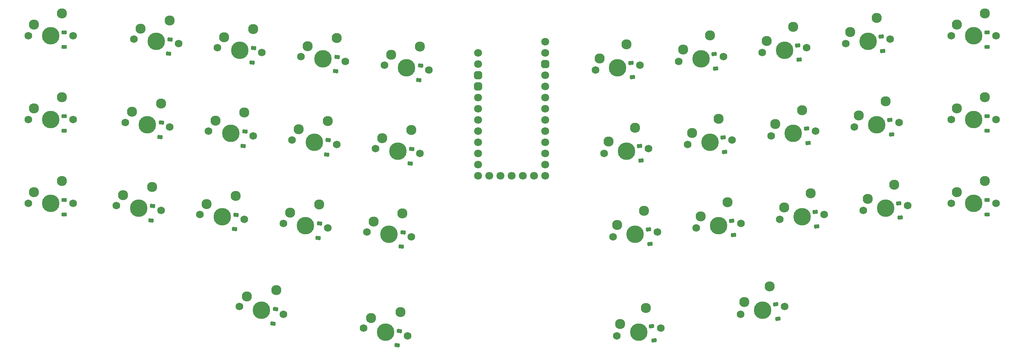
<source format=gbr>
%TF.GenerationSoftware,KiCad,Pcbnew,8.0.4*%
%TF.CreationDate,2024-12-12T17:25:20-05:00*%
%TF.ProjectId,babier-v,62616269-6572-42d7-962e-6b696361645f,rev?*%
%TF.SameCoordinates,Original*%
%TF.FileFunction,Soldermask,Bot*%
%TF.FilePolarity,Negative*%
%FSLAX46Y46*%
G04 Gerber Fmt 4.6, Leading zero omitted, Abs format (unit mm)*
G04 Created by KiCad (PCBNEW 8.0.4) date 2024-12-12 17:25:20*
%MOMM*%
%LPD*%
G01*
G04 APERTURE LIST*
G04 Aperture macros list*
%AMRoundRect*
0 Rectangle with rounded corners*
0 $1 Rounding radius*
0 $2 $3 $4 $5 $6 $7 $8 $9 X,Y pos of 4 corners*
0 Add a 4 corners polygon primitive as box body*
4,1,4,$2,$3,$4,$5,$6,$7,$8,$9,$2,$3,0*
0 Add four circle primitives for the rounded corners*
1,1,$1+$1,$2,$3*
1,1,$1+$1,$4,$5*
1,1,$1+$1,$6,$7*
1,1,$1+$1,$8,$9*
0 Add four rect primitives between the rounded corners*
20,1,$1+$1,$2,$3,$4,$5,0*
20,1,$1+$1,$4,$5,$6,$7,0*
20,1,$1+$1,$6,$7,$8,$9,0*
20,1,$1+$1,$8,$9,$2,$3,0*%
G04 Aperture macros list end*
%ADD10C,2.300000*%
%ADD11C,1.750000*%
%ADD12C,3.987800*%
%ADD13RoundRect,0.225000X0.349427X-0.262966X0.396465X0.184569X-0.349427X0.262966X-0.396465X-0.184569X0*%
%ADD14RoundRect,0.225000X0.396465X-0.184569X0.349427X0.262966X-0.396465X0.184569X-0.349427X-0.262966X0*%
%ADD15RoundRect,0.225000X0.330232X-0.286700X0.408374X0.156464X-0.330232X0.286700X-0.408374X-0.156464X0*%
%ADD16RoundRect,0.225000X0.375000X-0.225000X0.375000X0.225000X-0.375000X0.225000X-0.375000X-0.225000X0*%
%ADD17C,1.800000*%
%ADD18RoundRect,0.450000X-0.450000X-0.450000X0.450000X-0.450000X0.450000X0.450000X-0.450000X0.450000X0*%
%ADD19RoundRect,0.225000X0.408374X-0.156464X0.330232X0.286700X-0.408374X0.156464X-0.330232X-0.286700X0*%
G04 APERTURE END LIST*
D10*
%TO.C,SW7*%
X179837067Y-28365160D03*
X173787354Y-31555002D03*
D11*
X182894156Y-33151831D03*
D12*
X177841985Y-33682834D03*
D11*
X172789814Y-34213837D03*
%TD*%
D13*
%TO.C,D24*%
X91206406Y-71102070D03*
X90861460Y-74383998D03*
%TD*%
D10*
%TO.C,SW26*%
X164873956Y-68247708D03*
X158824243Y-71437550D03*
D11*
X167931045Y-73034379D03*
D12*
X162878874Y-73565382D03*
D11*
X157826703Y-74096385D03*
%TD*%
D14*
%TO.C,D7*%
X180837141Y-32563599D03*
X181182089Y-35845525D03*
%TD*%
D10*
%TO.C,SW23*%
X72155446Y-64796179D03*
X65574727Y-66658509D03*
D11*
X74150524Y-70113853D03*
D12*
X69098353Y-69582847D03*
D11*
X64046182Y-69051841D03*
%TD*%
D13*
%TO.C,D25*%
X110152048Y-73093336D03*
X109807102Y-76375264D03*
%TD*%
D10*
%TO.C,SW28*%
X202765241Y-64265175D03*
X196715528Y-67455017D03*
D11*
X205822330Y-69051846D03*
D12*
X200770159Y-69582849D03*
D11*
X195717988Y-70113852D03*
%TD*%
D10*
%TO.C,SW8*%
X198782706Y-26373891D03*
X192732993Y-29563733D03*
D11*
X201839795Y-31160562D03*
D12*
X196787624Y-31691565D03*
D11*
X191735453Y-32222568D03*
%TD*%
D10*
%TO.C,SW15*%
X112037996Y-49833072D03*
X105457277Y-51695402D03*
D11*
X114033074Y-55150746D03*
D12*
X108980903Y-54619740D03*
D11*
X103928732Y-54088734D03*
%TD*%
D13*
%TO.C,D4*%
X95188940Y-33210786D03*
X94843994Y-36492714D03*
%TD*%
D10*
%TO.C,SW5*%
X114029263Y-30887430D03*
X107448544Y-32749760D03*
D11*
X116024341Y-36205104D03*
D12*
X110972170Y-35674098D03*
D11*
X105919999Y-35143092D03*
%TD*%
D10*
%TO.C,SW1*%
X32699254Y-23363766D03*
X26349252Y-25903766D03*
D11*
X35239252Y-28443767D03*
D12*
X30159252Y-28443766D03*
D11*
X25079252Y-28443765D03*
%TD*%
D14*
%TO.C,D16*%
X163882766Y-53500509D03*
X164227714Y-56782435D03*
%TD*%
D10*
%TO.C,SW24*%
X91101088Y-66787447D03*
X84520369Y-68649777D03*
D11*
X93096166Y-72105121D03*
D12*
X88043995Y-71574115D03*
D11*
X82991824Y-71043109D03*
%TD*%
D13*
%TO.C,D23*%
X72260764Y-69110804D03*
X71915818Y-72392732D03*
%TD*%
D10*
%TO.C,SW6*%
X160891423Y-30356424D03*
X154841710Y-33546266D03*
D11*
X163948512Y-35143095D03*
D12*
X158896341Y-35674098D03*
D11*
X153844170Y-36205101D03*
%TD*%
D14*
%TO.C,D18*%
X201774050Y-49517975D03*
X202118998Y-52799901D03*
%TD*%
D10*
%TO.C,SW25*%
X110046732Y-68778715D03*
X103466013Y-70641045D03*
D11*
X112041810Y-74096389D03*
D12*
X106989639Y-73565383D03*
D11*
X101937468Y-73034377D03*
%TD*%
%TO.C,SW33*%
X158683594Y-96668689D03*
D12*
X163686417Y-95786555D03*
D11*
X168689240Y-94904421D03*
D10*
X159493233Y-93946743D03*
X165305696Y-90342665D03*
%TD*%
%TO.C,SW22*%
X53209803Y-62804913D03*
X46629084Y-64667243D03*
D11*
X55204881Y-68122587D03*
D12*
X50152710Y-67591581D03*
D11*
X45100539Y-67060575D03*
%TD*%
D10*
%TO.C,SW17*%
X181828331Y-47310799D03*
X175778618Y-50500641D03*
D11*
X184885420Y-52097470D03*
D12*
X179833249Y-52628473D03*
D11*
X174781078Y-53159476D03*
%TD*%
D15*
%TO.C,D32*%
X109369725Y-95536262D03*
X108796687Y-98786128D03*
%TD*%
D10*
%TO.C,SW32*%
X109565638Y-91224798D03*
X102871042Y-92623544D03*
D11*
X111184915Y-96668685D03*
D12*
X106182093Y-95786555D03*
D11*
X101179271Y-94904425D03*
%TD*%
D10*
%TO.C,SW29*%
X221710882Y-62273907D03*
X215661169Y-65463749D03*
D11*
X224767971Y-67060578D03*
D12*
X219715800Y-67591581D03*
D11*
X214663629Y-68122584D03*
%TD*%
D16*
%TO.C,D1*%
X33254998Y-27643750D03*
X33254998Y-30943750D03*
%TD*%
D17*
%TO.C,U1*%
X142474880Y-29793144D03*
X139934878Y-60273142D03*
X137394881Y-60273143D03*
X134854881Y-60273143D03*
X132314880Y-60273142D03*
X129774880Y-60273140D03*
X142474880Y-60273143D03*
X142474881Y-57733143D03*
X142474881Y-55193145D03*
X142474881Y-52653143D03*
X142474881Y-50113142D03*
X142474880Y-47573143D03*
X142474880Y-45033143D03*
X142474880Y-42493141D03*
X142474881Y-39953143D03*
X142474882Y-37413145D03*
D18*
X142474878Y-34873143D03*
D17*
X142474880Y-32333143D03*
X127234880Y-60273143D03*
X127234882Y-57733143D03*
X127234878Y-55193141D03*
X127234879Y-52653143D03*
X127234880Y-50113145D03*
X127234880Y-47573143D03*
X127234880Y-45033143D03*
X127234879Y-42493144D03*
D18*
X127234879Y-39953143D03*
X127234879Y-37413141D03*
D17*
X127234879Y-34873143D03*
X127234880Y-32333143D03*
%TD*%
D10*
%TO.C,SW4*%
X95083620Y-28896159D03*
X88502901Y-30758489D03*
D11*
X97078698Y-34213833D03*
D12*
X92026527Y-33682827D03*
D11*
X86974356Y-33151821D03*
%TD*%
D14*
%TO.C,D29*%
X222710960Y-66472350D03*
X223055908Y-69754276D03*
%TD*%
D10*
%TO.C,SW14*%
X93092354Y-47841805D03*
X86511635Y-49704135D03*
D11*
X95087432Y-53159479D03*
D12*
X90035261Y-52628473D03*
D11*
X84983090Y-52097467D03*
%TD*%
D10*
%TO.C,SW18*%
X200773974Y-45319535D03*
X194724261Y-48509377D03*
D11*
X203831063Y-50106206D03*
D12*
X198778892Y-50637209D03*
D11*
X193726721Y-51168212D03*
%TD*%
D13*
%TO.C,D15*%
X112143316Y-54147694D03*
X111798370Y-57429622D03*
%TD*%
D16*
%TO.C,D11*%
X33255000Y-46693750D03*
X33255000Y-49993750D03*
%TD*%
D14*
%TO.C,D19*%
X220719694Y-47526709D03*
X221064642Y-50808635D03*
%TD*%
D16*
%TO.C,D20*%
X242805000Y-46693748D03*
X242805000Y-49993748D03*
%TD*%
D10*
%TO.C,SW10*%
X242249257Y-23363768D03*
X235899255Y-25903768D03*
D11*
X244789255Y-28443769D03*
D12*
X239709255Y-28443768D03*
D11*
X234629255Y-28443767D03*
%TD*%
D16*
%TO.C,D10*%
X242805000Y-27643750D03*
X242805000Y-30943750D03*
%TD*%
D10*
%TO.C,SW31*%
X81424757Y-86262802D03*
X74730161Y-87661548D03*
D11*
X83044034Y-91706689D03*
D12*
X78041212Y-90824559D03*
D11*
X73038390Y-89942429D03*
%TD*%
D10*
%TO.C,SW13*%
X74146711Y-45850535D03*
X67565992Y-47712865D03*
D11*
X76141789Y-51168209D03*
D12*
X71089618Y-50637203D03*
D11*
X66037447Y-50106197D03*
%TD*%
D10*
%TO.C,SW21*%
X32699256Y-61463768D03*
X26349254Y-64003768D03*
D11*
X35239254Y-66543769D03*
D12*
X30159254Y-66543768D03*
D11*
X25079254Y-66543767D03*
%TD*%
D19*
%TO.C,D33*%
X166596209Y-94461116D03*
X167169249Y-97710982D03*
%TD*%
D14*
%TO.C,D17*%
X182828409Y-51509241D03*
X183173357Y-54791167D03*
%TD*%
D13*
%TO.C,D13*%
X74252031Y-50165159D03*
X73907085Y-53447087D03*
%TD*%
D10*
%TO.C,SW19*%
X219719614Y-43328266D03*
X213669901Y-46518108D03*
D11*
X222776703Y-48114937D03*
D12*
X217724532Y-48645940D03*
D11*
X212672361Y-49176943D03*
%TD*%
D16*
%TO.C,D21*%
X33255001Y-65743748D03*
X33255001Y-69043748D03*
%TD*%
D13*
%TO.C,D12*%
X55306389Y-48173894D03*
X54961443Y-51455822D03*
%TD*%
D11*
%TO.C,SW34*%
X186824474Y-91706690D03*
D12*
X191827297Y-90824556D03*
D11*
X196830120Y-89942422D03*
D10*
X187634113Y-88984744D03*
X193446576Y-85380666D03*
%TD*%
%TO.C,SW11*%
X32699257Y-42413765D03*
X26349255Y-44953765D03*
D11*
X35239255Y-47493766D03*
D12*
X30159255Y-47493765D03*
D11*
X25079255Y-47493764D03*
%TD*%
D10*
%TO.C,SW20*%
X242249257Y-42413770D03*
X235899255Y-44953770D03*
D11*
X244789255Y-47493771D03*
D12*
X239709255Y-47493770D03*
D11*
X234629255Y-47493769D03*
%TD*%
D10*
%TO.C,SW3*%
X76137978Y-26904896D03*
X69557259Y-28767226D03*
D11*
X78133056Y-32222570D03*
D12*
X73080885Y-31691564D03*
D11*
X68028714Y-31160558D03*
%TD*%
D10*
%TO.C,SW12*%
X55201068Y-43859272D03*
X48620349Y-45721602D03*
D11*
X57196146Y-49176946D03*
D12*
X52143975Y-48645940D03*
D11*
X47091804Y-48114934D03*
%TD*%
D10*
%TO.C,SW16*%
X162882689Y-49302066D03*
X156832976Y-52491908D03*
D11*
X165939778Y-54088737D03*
D12*
X160887607Y-54619740D03*
D11*
X155835436Y-55150743D03*
%TD*%
D13*
%TO.C,D2*%
X57297655Y-29228251D03*
X56952709Y-32510179D03*
%TD*%
D10*
%TO.C,SW9*%
X217728346Y-24382623D03*
X211678633Y-27572465D03*
D11*
X220785435Y-29169294D03*
D12*
X215733264Y-29700297D03*
D11*
X210681093Y-30231300D03*
%TD*%
D14*
%TO.C,D27*%
X184819678Y-70454882D03*
X185164626Y-73736808D03*
%TD*%
D10*
%TO.C,SW2*%
X57192337Y-24913628D03*
X50611618Y-26775958D03*
D11*
X59187415Y-30231302D03*
D12*
X54135244Y-29700296D03*
D11*
X49083073Y-29169290D03*
%TD*%
D10*
%TO.C,SW27*%
X183819599Y-66256442D03*
X177769886Y-69446284D03*
D11*
X186876688Y-71043113D03*
D12*
X181824517Y-71574116D03*
D11*
X176772346Y-72105119D03*
%TD*%
D16*
%TO.C,D30*%
X242804999Y-65743749D03*
X242804999Y-69043749D03*
%TD*%
D10*
%TO.C,SW30*%
X242249256Y-61463768D03*
X235899254Y-64003768D03*
D11*
X244789254Y-66543769D03*
D12*
X239709254Y-66543768D03*
D11*
X234629254Y-66543767D03*
%TD*%
D13*
%TO.C,D5*%
X114134582Y-35202053D03*
X113789636Y-38483981D03*
%TD*%
D19*
%TO.C,D34*%
X195310129Y-92748991D03*
X194737089Y-89499125D03*
%TD*%
D13*
%TO.C,D3*%
X76243299Y-31219518D03*
X75898353Y-34501446D03*
%TD*%
%TO.C,D14*%
X93197674Y-52156426D03*
X92852728Y-55438354D03*
%TD*%
%TO.C,D22*%
X53315121Y-67119536D03*
X52970175Y-70401464D03*
%TD*%
D14*
%TO.C,D28*%
X203765318Y-68463617D03*
X204110266Y-71745543D03*
%TD*%
%TO.C,D26*%
X165874033Y-72446153D03*
X166218981Y-75728079D03*
%TD*%
%TO.C,D9*%
X218728425Y-28581066D03*
X219073373Y-31862992D03*
%TD*%
%TO.C,D8*%
X199782785Y-30572333D03*
X200127733Y-33854259D03*
%TD*%
D15*
%TO.C,D31*%
X81228845Y-90574262D03*
X80655807Y-93824128D03*
%TD*%
D14*
%TO.C,D6*%
X161891500Y-34554866D03*
X162236448Y-37836792D03*
%TD*%
M02*

</source>
